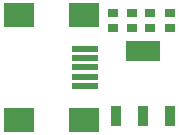
<source format=gbp>
G04*
G04 #@! TF.GenerationSoftware,Altium Limited,Altium Designer,20.0.13 (296)*
G04*
G04 Layer_Color=128*
%FSLAX44Y44*%
%MOMM*%
G71*
G01*
G75*
%ADD41R,3.0000X1.7000*%
%ADD42R,0.8400X1.7000*%
%ADD43R,2.3000X0.5000*%
%ADD44R,2.5000X2.0000*%
%ADD45R,0.9000X0.8000*%
D41*
X1059180Y681610D02*
D03*
D42*
X1036180Y626110D02*
D03*
X1082180D02*
D03*
X1059180D02*
D03*
D43*
X1010250Y651620D02*
D03*
Y659620D02*
D03*
Y683620D02*
D03*
Y675620D02*
D03*
Y667620D02*
D03*
D44*
X1009250Y712120D02*
D03*
X954250D02*
D03*
X1009250Y623120D02*
D03*
X954250D02*
D03*
D45*
X1082042Y713890D02*
D03*
Y700890D02*
D03*
X1065532Y713890D02*
D03*
Y700890D02*
D03*
X1050292Y713890D02*
D03*
Y700890D02*
D03*
X1033782Y713890D02*
D03*
Y700890D02*
D03*
M02*

</source>
